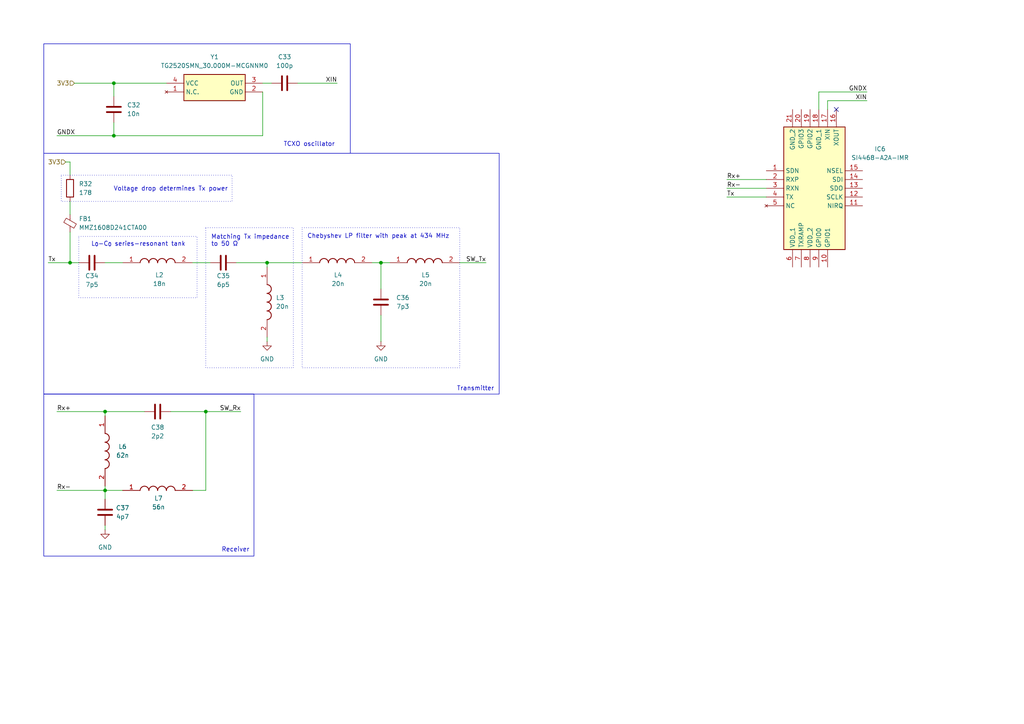
<source format=kicad_sch>
(kicad_sch (version 20231120) (generator "eeschema") (generator_version "8.0")
  (paper "A4")
  (lib_symbols
    (symbol "Device:C" (pin_numbers hide) (pin_names (offset 0.254))
      (property "Reference" "C" (at 0.635 2.54 0))
      (property "Value" "C" (at 0.635 -2.54 0))
      (symbol "C_0_1"
        (polyline (pts (xy -2.032 -0.762) (xy 2.032 -0.762)) (stroke (width 0.508)))
        (polyline (pts (xy -2.032 0.762) (xy 2.032 0.762)) (stroke (width 0.508)))
      )
      (symbol "C_1_1"
        (pin passive line (at 0 3.81 270) (length 2.794) (name "~") (number "1"))
        (pin passive line (at 0 -3.81 90) (length 2.794) (name "~") (number "2"))
      )
    )
    (symbol "Device:FerriteBead_Small" (pin_numbers hide) (pin_names (offset 0))
      (property "Reference" "FB" (at 1.905 1.27 0))
      (property "Value" "FerriteBead_Small" (at 1.905 -1.27 0))
      (symbol "FerriteBead_Small_0_1"
        (polyline (pts (xy 0 -1.27) (xy 0 -0.7874)))
        (polyline (pts (xy 0 0.889) (xy 0 1.2954)))
        (polyline (pts (xy -1.8288 0.2794) (xy -1.1176 1.4986) (xy 1.8288 -0.2032) (xy 1.1176 -1.4224) (xy -1.8288 0.2794)))
      )
      (symbol "FerriteBead_Small_1_1"
        (pin passive line (at 0 2.54 270) (length 1.27) (name "~") (number "1"))
        (pin passive line (at 0 -2.54 90) (length 1.27) (name "~") (number "2"))
      )
    )
    (symbol "Device:R" (pin_numbers hide) (pin_names (offset 0))
      (property "Reference" "R" (at 2.032 0 90))
      (property "Value" "R" (at 0 0 90))
      (symbol "R_0_1"
        (rectangle (start -1.016 -2.54) (end 1.016 2.54) (stroke (width 0.254)))
      )
      (symbol "R_1_1"
        (pin passive line (at 0 3.81 270) (length 1.27) (name "~") (number "1"))
        (pin passive line (at 0 -3.81 90) (length 1.27) (name "~") (number "2"))
      )
    )
    (symbol "SamacSys_Parts:LQW15AN20NG00D" (pin_names hide)
      (property "Reference" "L" (at 16.51 6.35 0))
      (property "Value" "LQW15AN20NG00D" (at 16.51 3.81 0))
      (symbol "LQW15AN20NG00D_1_1"
        (arc (start 7.62 0) (mid 6.35 1.219) (end 5.08 0) (stroke (width 0.254)))
        (arc (start 10.16 0) (mid 8.89 1.219) (end 7.62 0) (stroke (width 0.254)))
        (arc (start 12.7 0) (mid 11.43 1.219) (end 10.16 0) (stroke (width 0.254)))
        (arc (start 15.24 0) (mid 13.97 1.219) (end 12.7 0) (stroke (width 0.254)))
        (pin passive line (at 0 0 0) (length 5.08) (name "1") (number "1"))
        (pin passive line (at 20.32 0 180) (length 5.08) (name "2") (number "2"))
      )
    )
    (symbol "SamacSys_Parts:SI4468-A2A-IMR"
      (property "Reference" "IC" (at 24.13 17.78 0))
      (property "Value" "SI4468-A2A-IMR" (at 24.13 15.24 0))
      (symbol "SI4468-A2A-IMR_1_1"
        (rectangle (start 5.08 12.7) (end 22.86 -22.86) (stroke (width 0.254)) (fill (type background)))
        (pin passive line (at 0 0 0) (length 5.08) (name "SDN") (number "1"))
        (pin passive line (at 17.78 -27.94 90) (length 5.08) (name "GPIO1") (number "10"))
        (pin passive line (at 27.94 -10.16 180) (length 5.08) (name "NIRQ") (number "11"))
        (pin passive line (at 27.94 -7.62 180) (length 5.08) (name "SCLK") (number "12"))
        (pin passive line (at 27.94 -5.08 180) (length 5.08) (name "SDO") (number "13"))
        (pin passive line (at 27.94 -2.54 180) (length 5.08) (name "SDI") (number "14"))
        (pin passive line (at 27.94 0 180) (length 5.08) (name "NSEL") (number "15"))
        (pin passive line (at 20.32 17.78 270) (length 5.08) (name "XOUT") (number "16"))
        (pin passive line (at 17.78 17.78 270) (length 5.08) (name "XIN") (number "17"))
        (pin passive line (at 15.24 17.78 270) (length 5.08) (name "GND_1") (number "18"))
        (pin passive line (at 12.7 17.78 270) (length 5.08) (name "GPIO2") (number "19"))
        (pin passive line (at 0 -2.54 0) (length 5.08) (name "RXP") (number "2"))
        (pin passive line (at 10.16 17.78 270) (length 5.08) (name "GPIO3") (number "20"))
        (pin passive line (at 7.62 17.78 270) (length 5.08) (name "GND_2") (number "21"))
        (pin passive line (at 0 -5.08 0) (length 5.08) (name "RXN") (number "3"))
        (pin passive line (at 0 -7.62 0) (length 5.08) (name "TX") (number "4"))
        (pin no_connect line (at 0 -10.16 0) (length 5.08) (name "NC") (number "5"))
        (pin passive line (at 7.62 -27.94 90) (length 5.08) (name "VDD_1") (number "6"))
        (pin passive line (at 10.16 -27.94 90) (length 5.08) (name "TXRAMP") (number "7"))
        (pin passive line (at 12.7 -27.94 90) (length 5.08) (name "VDD_2") (number "8"))
        (pin passive line (at 15.24 -27.94 90) (length 5.08) (name "GPIO0") (number "9"))
      )
    )
    (symbol "SamacSys_Parts:TG2520SMN_30.000M-MCGNNM0"
      (property "Reference" "Y" (at 24.13 7.62 0))
      (property "Value" "TG2520SMN_30.000M-MCGNNM0" (at 24.13 5.08 0))
      (symbol "TG2520SMN_30.000M-MCGNNM0_1_1"
        (rectangle (start 5.08 2.54) (end 22.86 -5.08) (stroke (width 0.254)) (fill (type background)))
        (pin no_connect line (at 0 -2.54 0) (length 5.08) (name "N.C.") (number "1"))
        (pin passive line (at 27.94 -2.54 180) (length 5.08) (name "GND") (number "2"))
        (pin passive line (at 27.94 0 180) (length 5.08) (name "OUT") (number "3"))
        (pin passive line (at 0 0 0) (length 5.08) (name "VCC") (number "4"))
      )
    )
    (symbol "power:GND" (power) (pin_numbers hide) (pin_names (offset 0) hide)
      (property "Value" "GND" (at 0 -3.81 0))
      (symbol "GND_0_1"
        (polyline (pts (xy 0 0) (xy 0 -1.27) (xy 1.27 -1.27) (xy 0 -2.54) (xy -1.27 -1.27) (xy 0 -1.27)))
      )
      (symbol "GND_1_1"
        (pin power_in line (at 0 0 270) (length 0) (name "~") (number "1"))
      )
    )
  )
  (junction (at 30.48 142.24))
  (junction (at 33.02 39.37))
  (junction (at 59.69 119.38))
  (junction (at 110.49 76.2))
  (junction (at 33.02 24.13))
  (junction (at 77.47 76.2))
  (junction (at 20.32 76.2))
  (junction (at 30.48 119.38))
  (no_connect (at 242.57 31.75))
  (wire (pts (xy 33.02 24.13) (xy 48.26 24.13)))
  (wire (pts (xy 133.35 76.2) (xy 140.97 76.2)))
  (wire (pts (xy 210.82 52.07) (xy 222.25 52.07)))
  (wire (pts (xy 55.88 142.24) (xy 59.69 142.24)))
  (wire (pts (xy 77.47 76.2) (xy 77.47 77.47)))
  (wire (pts (xy 240.03 31.75) (xy 240.03 29.21)))
  (wire (pts (xy 21.59 24.13) (xy 33.02 24.13)))
  (wire (pts (xy 59.69 142.24) (xy 59.69 119.38)))
  (wire (pts (xy 77.47 76.2) (xy 87.63 76.2)))
  (wire (pts (xy 68.58 76.2) (xy 77.47 76.2)))
  (wire (pts (xy 19.05 46.99) (xy 20.32 46.99)))
  (wire (pts (xy 210.82 54.61) (xy 222.25 54.61)))
  (wire (pts (xy 16.51 39.37) (xy 33.02 39.37)))
  (wire (pts (xy 55.88 76.2) (xy 60.96 76.2)))
  (wire (pts (xy 30.48 120.65) (xy 30.48 119.38)))
  (wire (pts (xy 33.02 39.37) (xy 76.2 39.37)))
  (wire (pts (xy 49.53 119.38) (xy 59.69 119.38)))
  (wire (pts (xy 237.49 26.67) (xy 251.46 26.67)))
  (wire (pts (xy 30.48 119.38) (xy 41.91 119.38)))
  (wire (pts (xy 33.02 35.56) (xy 33.02 39.37)))
  (wire (pts (xy 16.51 119.38) (xy 30.48 119.38)))
  (wire (pts (xy 86.36 24.13) (xy 97.79 24.13)))
  (wire (pts (xy 20.32 76.2) (xy 22.86 76.2)))
  (wire (pts (xy 76.2 39.37) (xy 76.2 26.67)))
  (wire (pts (xy 113.03 76.2) (xy 110.49 76.2)))
  (wire (pts (xy 110.49 83.82) (xy 110.49 76.2)))
  (wire (pts (xy 33.02 24.13) (xy 33.02 27.94)))
  (wire (pts (xy 20.32 58.42) (xy 20.32 62.23)))
  (wire (pts (xy 59.69 119.38) (xy 69.85 119.38)))
  (wire (pts (xy 76.2 24.13) (xy 78.74 24.13)))
  (wire (pts (xy 210.82 57.15) (xy 222.25 57.15)))
  (wire (pts (xy 30.48 152.4) (xy 30.48 153.67)))
  (wire (pts (xy 20.32 67.31) (xy 20.32 76.2)))
  (wire (pts (xy 110.49 76.2) (xy 107.95 76.2)))
  (wire (pts (xy 30.48 142.24) (xy 35.56 142.24)))
  (wire (pts (xy 30.48 142.24) (xy 30.48 144.78)))
  (wire (pts (xy 16.51 142.24) (xy 30.48 142.24)))
  (wire (pts (xy 13.97 76.2) (xy 20.32 76.2)))
  (wire (pts (xy 237.49 26.67) (xy 237.49 31.75)))
  (wire (pts (xy 30.48 76.2) (xy 35.56 76.2)))
  (wire (pts (xy 240.03 29.21) (xy 251.46 29.21)))
  (wire (pts (xy 20.32 50.8) (xy 20.32 46.99)))
  (wire (pts (xy 30.48 140.97) (xy 30.48 142.24)))
  (wire (pts (xy 77.47 97.79) (xy 77.47 99.06)))
  (wire (pts (xy 110.49 91.44) (xy 110.49 99.06)))
  (rectangle (start 12.7 114.3) (end 73.66 161.29))
  (rectangle (start 12.7 44.45) (end 144.78 114.3))
  (rectangle (start 22.86 68.58) (end 57.15 86.36) (stroke (width 0) (type dot)))
  (rectangle (start 17.78 50.8) (end 67.31 58.42) (stroke (width 0) (type dot)))
  (rectangle (start 12.7 12.7) (end 101.6 44.45))
  (rectangle (start 59.69 66.04) (end 85.09 106.68) (stroke (width 0) (type dot)))
  (rectangle (start 87.63 66.04) (end 133.35 106.68) (stroke (width 0) (type dot)))
  (text "Receiver" (at 68.326 159.512 0) (effects (font (size 1.27 1.27))))
  (text "Chebyshev LP filter with peak at 434 MHz" (at 109.728 68.58 0) (effects (font (size 1.27 1.27))))
  (text "Voltage drop determines Tx power" (at 49.53 54.864 0) (effects (font (size 1.27 1.27))))
  (text "Transmitter" (at 137.922 112.776 0) (effects (font (size 1.27 1.27))))
  (text "Matching Tx impedance \nto 50 Ω" (at 61.214 69.85 0) (effects (font (size 1.27 1.27)) (justify left)))
  (text "TCXO oscillator " (at 90.17 41.91 0) (effects (font (size 1.27 1.27))))
  (text "L_{0}-C_{0} series-resonant tank" (at 40.132 70.866 0) (effects (font (size 1.27 1.27))))
  (label "Rx+" (at 210.82 52.07 0))
  (label "Tx" (at 210.82 57.15 0))
  (label "SW_Tx" (at 140.97 76.2 180))
  (label "Rx+" (at 16.51 119.38 0))
  (label "GNDX" (at 251.46 26.67 180))
  (label "XIN" (at 97.79 24.13 180))
  (label "XIN" (at 251.46 29.21 180))
  (label "Tx" (at 13.97 76.2 0))
  (label "GNDX" (at 16.51 39.37 0))
  (label "SW_Rx" (at 69.85 119.38 180))
  (label "Rx-" (at 210.82 54.61 0))
  (label "Rx-" (at 16.51 142.24 0))
  (hierarchical_label "3V3" (shape input) (at 21.59 24.13 180))
  (hierarchical_label "3V3" (shape input) (at 19.05 46.99 180))
  (symbol (lib_id "Device:C") (at 64.77 76.2 90) (unit 1)
    (property "Reference" "C35" (at 64.77 80.01 90))
    (property "Value" "6p5" (at 64.77 82.55 90))
    (property "Footprint" "Capacitor_SMD:C_0402_1005Metric" (effects (hide yes)))
    (property "Description" "Unpolarized capacitor" (effects (hide yes)))
  )
  (symbol (lib_id "SamacSys_Parts:TG2520SMN_30.000M-MCGNNM0") (at 48.26 24.13 0) (unit 1)
    (property "Reference" "Y1" (at 62.23 16.51 0))
    (property "Value" "TG2520SMN_30.000M-MCGNNM0" (at 62.23 19.05 0))
    (property "Footprint" "TG2520SMN30000MMCGNNM0" (effects (hide yes)))
    (property "Datasheet" "https://support.epson.biz/td/api/doc_check.php?dl=brief_TG2520SMN&lang=en" (effects (hide yes)))
    (property "Description" "TCXO Oscillators TCXO 30 MHz, 2.8V 3.3V 0.5PPM -40 85C NON O/E 1K TR" (effects (hide yes)))
    (property "Height" "0.8" (effects (hide yes)))
    (property "Manufacturer_Name" "Epson Timing" (effects (hide yes)))
    (property "Manufacturer_Part_Number" "TG2520SMN 30.000M-MCGNNM0" (effects (hide yes)))
    (property "Mouser Part Number" "732-2520SMN30MCGNNM0" (effects (hide yes)))
    (property "Mouser Price/Stock" "https://www.mouser.co.uk/ProductDetail/Epson-Timing/TG2520SMN-30.000M-MCGNNM0?qs=XAiT9M5g4x8WUmlIG9y14Q%3D%3D" (effects (hide yes)))
  )
  (symbol (lib_id "Device:R") (at 20.32 54.61 0) (unit 1)
    (property "Reference" "R32" (at 22.86 53.3399 0) (effects (justify left)))
    (property "Value" "178" (at 22.86 55.8799 0) (effects (justify left)))
    (property "Footprint" "Resistor_SMD:R_0402_1005Metric" (effects (hide yes)))
    (property "Description" "Resistor" (effects (hide yes)))
  )
  (symbol (lib_id "power:GND") (at 110.49 99.06 0) (unit 1)
    (property "Reference" "#PWR062" (effects (hide yes)))
    (property "Value" "GND" (at 110.49 104.14 0))
    (property "Description" "Power symbol creates a global label with name \"GND\" , ground" (effects (hide yes)))
  )
  (symbol (lib_id "SamacSys_Parts:LQW15AN20NG00D") (at 87.63 76.2 0) (unit 1)
    (property "Reference" "L4" (at 98.044 79.756 0))
    (property "Value" "20n" (at 98.044 82.296 0))
    (property "Footprint" "LQW15CNR20J00B" (effects (hide yes)))
    (property "Datasheet" "https://search.murata.co.jp/Ceramy/image/img/P02/JELF243A-0050.pdf" (effects (hide yes)))
    (property "Description" "Murata LQW15A Series Wire-wound SMD Inductor with a Ferrite Core, 0.02 uH +/-2% 370mA Idc Q:25" (effects (hide yes)))
    (property "Height" "0.6" (effects (hide yes)))
    (property "Manufacturer_Name" "Murata Electronics" (effects (hide yes)))
    (property "Manufacturer_Part_Number" "LQW15AN20NG00D" (effects (hide yes)))
    (property "Mouser Part Number" "81-LQW15AN20NG00D" (effects (hide yes)))
    (property "Mouser Price/Stock" "https://www.mouser.com/Search/Refine.aspx?Keyword=81-LQW15AN20NG00D" (effects (hide yes)))
    (property "Arrow Part Number" "LQW15AN20NG00D" (effects (hide yes)))
    (property "Arrow Price/Stock" "https://www.arrow.com/en/products/lqw15an20ng00d/murata-manufacturing?region=nac" (effects (hide yes)))
  )
  (symbol (lib_id "Device:C") (at 26.67 76.2 90) (unit 1)
    (property "Reference" "C34" (at 26.67 80.01 90))
    (property "Value" "7p5" (at 26.67 82.55 90))
    (property "Footprint" "Capacitor_SMD:C_0402_1005Metric" (effects (hide yes)))
    (property "Description" "Unpolarized capacitor" (effects (hide yes)))
  )
  (symbol (lib_id "Device:FerriteBead_Small") (at 20.32 64.77 0) (unit 1)
    (property "Reference" "FB1" (at 22.86 63.4618 0) (effects (justify left)))
    (property "Value" "MMZ1608D241CTA00" (at 22.86 66.0018 0) (effects (justify left)))
    (property "Footprint" "SamacSys_Parts:BEADC1608X95N" (effects (hide yes)))
    (property "Description" "Ferrite bead, small symbol" (effects (hide yes)))
  )
  (symbol (lib_id "power:GND") (at 30.48 153.67 0) (unit 1)
    (property "Reference" "#PWR063" (effects (hide yes)))
    (property "Value" "GND" (at 30.48 158.75 0))
    (property "Description" "Power symbol creates a global label with name \"GND\" , ground" (effects (hide yes)))
  )
  (symbol (lib_id "Device:C") (at 82.55 24.13 90) (unit 1)
    (property "Reference" "C33" (at 82.55 16.51 90))
    (property "Value" "100p" (at 82.55 19.05 90))
    (property "Footprint" "Capacitor_SMD:C_0402_1005Metric" (effects (hide yes)))
    (property "Description" "Unpolarized capacitor" (effects (hide yes)))
  )
  (symbol (lib_id "SamacSys_Parts:LQW15AN20NG00D") (at 77.47 77.47 270) (unit 1)
    (property "Reference" "L3" (at 80.01 86.3599 90) (effects (justify left)))
    (property "Value" "20n" (at 80.01 88.8999 90) (effects (justify left)))
    (property "Footprint" "LQW15CNR20J00B" (effects (hide yes)))
    (property "Datasheet" "https://search.murata.co.jp/Ceramy/image/img/P02/JELF243A-0050.pdf" (effects (hide yes)))
    (property "Description" "Murata LQW15A Series Wire-wound SMD Inductor with a Ferrite Core, 0.02 uH +/-2% 370mA Idc Q:25" (effects (hide yes)))
    (property "Height" "0.6" (effects (hide yes)))
    (property "Manufacturer_Name" "Murata Electronics" (effects (hide yes)))
    (property "Manufacturer_Part_Number" "LQW15AN20NG00D" (effects (hide yes)))
    (property "Mouser Part Number" "81-LQW15AN20NG00D" (effects (hide yes)))
    (property "Mouser Price/Stock" "https://www.mouser.com/Search/Refine.aspx?Keyword=81-LQW15AN20NG00D" (effects (hide yes)))
    (property "Arrow Part Number" "LQW15AN20NG00D" (effects (hide yes)))
    (property "Arrow Price/Stock" "https://www.arrow.com/en/products/lqw15an20ng00d/murata-manufacturing?region=nac" (effects (hide yes)))
  )
  (symbol (lib_id "Device:C") (at 45.72 119.38 90) (unit 1)
    (property "Reference" "C38" (at 45.72 123.952 90))
    (property "Value" "2p2" (at 45.72 126.492 90))
    (property "Footprint" "Capacitor_SMD:C_0402_1005Metric" (effects (hide yes)))
    (property "Description" "Unpolarized capacitor" (effects (hide yes)))
  )
  (symbol (lib_id "SamacSys_Parts:LQW15AN20NG00D") (at 30.48 120.65 270) (unit 1)
    (property "Reference" "L6" (at 35.56 129.54 90))
    (property "Value" "62n" (at 35.56 132.08 90))
    (property "Footprint" "LQW15CNR20J00B" (effects (hide yes)))
    (property "Datasheet" "https://search.murata.co.jp/Ceramy/image/img/P02/JELF243A-0050.pdf" (effects (hide yes)))
    (property "Description" "Murata LQW15A Series Wire-wound SMD Inductor with a Ferrite Core, 0.02 uH +/-2% 370mA Idc Q:25" (effects (hide yes)))
    (property "Height" "0.6" (effects (hide yes)))
    (property "Manufacturer_Name" "Murata Electronics" (effects (hide yes)))
    (property "Manufacturer_Part_Number" "LQW15AN20NG00D" (effects (hide yes)))
    (property "Mouser Part Number" "81-LQW15AN20NG00D" (effects (hide yes)))
    (property "Mouser Price/Stock" "https://www.mouser.com/Search/Refine.aspx?Keyword=81-LQW15AN20NG00D" (effects (hide yes)))
    (property "Arrow Part Number" "LQW15AN20NG00D" (effects (hide yes)))
    (property "Arrow Price/Stock" "https://www.arrow.com/en/products/lqw15an20ng00d/murata-manufacturing?region=nac" (effects (hide yes)))
  )
  (symbol (lib_id "Device:C") (at 110.49 87.63 180) (unit 1)
    (property "Reference" "C36" (at 116.84 86.36 0))
    (property "Value" "7p3" (at 116.84 88.9 0))
    (property "Description" "Unpolarized capacitor" (effects (hide yes)))
  )
  (symbol (lib_id "Device:C") (at 33.02 31.75 0) (unit 1)
    (property "Reference" "C32" (at 36.83 30.4799 0) (effects (justify left)))
    (property "Value" "10n" (at 36.83 33.0199 0) (effects (justify left)))
    (property "Footprint" "Capacitor_SMD:C_0402_1005Metric" (effects (hide yes)))
    (property "Description" "Unpolarized capacitor" (effects (hide yes)))
  )
  (symbol (lib_id "Device:C") (at 30.48 148.59 180) (unit 1)
    (property "Reference" "C37" (at 35.56 147.32 0))
    (property "Value" "4p7" (at 35.56 149.86 0))
    (property "Footprint" "Capacitor_SMD:C_0402_1005Metric" (effects (hide yes)))
    (property "Description" "Unpolarized capacitor" (effects (hide yes)))
  )
  (symbol (lib_id "SamacSys_Parts:LQW15AN20NG00D") (at 35.56 76.2 0) (unit 1)
    (property "Reference" "L2" (at 46.228 79.756 0))
    (property "Value" "18n" (at 46.228 82.296 0))
    (property "Footprint" "LQW15CNR20J00B" (effects (hide yes)))
    (property "Datasheet" "https://search.murata.co.jp/Ceramy/image/img/P02/JELF243A-0050.pdf" (effects (hide yes)))
    (property "Description" "Murata LQW15A Series Wire-wound SMD Inductor with a Ferrite Core, 0.02 uH +/-2% 370mA Idc Q:25" (effects (hide yes)))
    (property "Height" "0.6" (effects (hide yes)))
    (property "Manufacturer_Name" "Murata Electronics" (effects (hide yes)))
    (property "Manufacturer_Part_Number" "LQW15AN20NG00D" (effects (hide yes)))
    (property "Mouser Part Number" "81-LQW15AN20NG00D" (effects (hide yes)))
    (property "Mouser Price/Stock" "https://www.mouser.com/Search/Refine.aspx?Keyword=81-LQW15AN20NG00D" (effects (hide yes)))
    (property "Arrow Part Number" "LQW15AN20NG00D" (effects (hide yes)))
    (property "Arrow Price/Stock" "https://www.arrow.com/en/products/lqw15an20ng00d/murata-manufacturing?region=nac" (effects (hide yes)))
  )
  (symbol (lib_id "SamacSys_Parts:SI4468-A2A-IMR") (at 222.25 49.53 0) (unit 1)
    (property "Reference" "IC6" (at 255.27 43.2114 0))
    (property "Value" "SI4468-A2A-IMR" (at 255.27 45.7514 0))
    (property "Footprint" "QFN50P400X400X90-21N" (effects (hide yes)))
    (property "Datasheet" "https://www.silabs.com/documents/public/data-sheets/Si4468-7.pdf" (effects (hide yes)))
    (property "Description" "RF Transceiver TXRX SubG +20dBm" (effects (hide yes)))
    (property "Height" "0.9" (effects (hide yes)))
    (property "Manufacturer_Name" "Silicon Labs" (effects (hide yes)))
    (property "Manufacturer_Part_Number" "SI4468-A2A-IMR" (effects (hide yes)))
    (property "Mouser Part Number" "634-SI4468-A2A-IMR" (effects (hide yes)))
    (property "Mouser Price/Stock" "https://www.mouser.co.uk/ProductDetail/Silicon-Labs/SI4468-A2A-IMR?qs=j6MGy4L9yX2L37vAp3Cy6g%3D%3D" (effects (hide yes)))
    (property "Arrow Part Number" "SI4468-A2A-IMR" (effects (hide yes)))
    (property "Arrow Price/Stock" "https://www.arrow.com/en/products/si4468-a2a-imr/silicon-labs" (effects (hide yes)))
  )
  (symbol (lib_id "power:GND") (at 77.47 99.06 0) (unit 1)
    (property "Reference" "#PWR061" (effects (hide yes)))
    (property "Value" "GND" (at 77.47 104.14 0))
    (property "Description" "Power symbol creates a global label with name \"GND\" , ground" (effects (hide yes)))
  )
  (symbol (lib_id "SamacSys_Parts:LQW15AN20NG00D") (at 113.03 76.2 0) (unit 1)
    (property "Reference" "L5" (at 123.444 79.756 0))
    (property "Value" "20n" (at 123.444 82.296 0))
    (property "Footprint" "LQW15CNR20J00B" (effects (hide yes)))
    (property "Datasheet" "https://search.murata.co.jp/Ceramy/image/img/P02/JELF243A-0050.pdf" (effects (hide yes)))
    (property "Description" "Murata LQW15A Series Wire-wound SMD Inductor with a Ferrite Core, 0.02 uH +/-2% 370mA Idc Q:25" (effects (hide yes)))
    (property "Height" "0.6" (effects (hide yes)))
    (property "Manufacturer_Name" "Murata Electronics" (effects (hide yes)))
    (property "Manufacturer_Part_Number" "LQW15AN20NG00D" (effects (hide yes)))
    (property "Mouser Part Number" "81-LQW15AN20NG00D" (effects (hide yes)))
    (property "Mouser Price/Stock" "https://www.mouser.com/Search/Refine.aspx?Keyword=81-LQW15AN20NG00D" (effects (hide yes)))
    (property "Arrow Part Number" "LQW15AN20NG00D" (effects (hide yes)))
    (property "Arrow Price/Stock" "https://www.arrow.com/en/products/lqw15an20ng00d/murata-manufacturing?region=nac" (effects (hide yes)))
  )
  (symbol (lib_id "SamacSys_Parts:LQW15AN20NG00D") (at 35.56 142.24 0) (unit 1)
    (property "Reference" "L7" (at 45.974 144.526 0))
    (property "Value" "56n" (at 45.974 147.066 0))
    (property "Footprint" "LQW15CNR20J00B" (effects (hide yes)))
    (property "Datasheet" "https://search.murata.co.jp/Ceramy/image/img/P02/JELF243A-0050.pdf" (effects (hide yes)))
    (property "Description" "Murata LQW15A Series Wire-wound SMD Inductor with a Ferrite Core, 0.02 uH +/-2% 370mA Idc Q:25" (effects (hide yes)))
    (property "Height" "0.6" (effects (hide yes)))
    (property "Manufacturer_Name" "Murata Electronics" (effects (hide yes)))
    (property "Manufacturer_Part_Number" "LQW15AN20NG00D" (effects (hide yes)))
    (property "Mouser Part Number" "81-LQW15AN20NG00D" (effects (hide yes)))
    (property "Mouser Price/Stock" "https://www.mouser.com/Search/Refine.aspx?Keyword=81-LQW15AN20NG00D" (effects (hide yes)))
    (property "Arrow Part Number" "LQW15AN20NG00D" (effects (hide yes)))
    (property "Arrow Price/Stock" "https://www.arrow.com/en/products/lqw15an20ng00d/murata-manufacturing?region=nac" (effects (hide yes)))
  )
)
</source>
